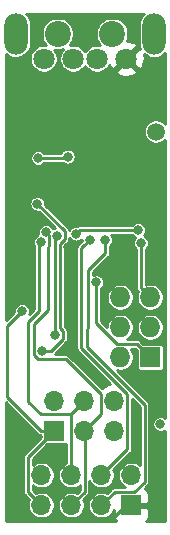
<source format=gbr>
%TF.GenerationSoftware,KiCad,Pcbnew,(5.1.9)-1*%
%TF.CreationDate,2021-02-13T16:54:45-05:00*%
%TF.ProjectId,mega_nrf24_usb,6d656761-5f6e-4726-9632-345f7573622e,rev?*%
%TF.SameCoordinates,Original*%
%TF.FileFunction,Copper,L2,Bot*%
%TF.FilePolarity,Positive*%
%FSLAX46Y46*%
G04 Gerber Fmt 4.6, Leading zero omitted, Abs format (unit mm)*
G04 Created by KiCad (PCBNEW (5.1.9)-1) date 2021-02-13 16:54:45*
%MOMM*%
%LPD*%
G01*
G04 APERTURE LIST*
%TA.AperFunction,ComponentPad*%
%ADD10C,1.800000*%
%TD*%
%TA.AperFunction,ComponentPad*%
%ADD11C,2.200000*%
%TD*%
%TA.AperFunction,ComponentPad*%
%ADD12O,2.000000X3.500000*%
%TD*%
%TA.AperFunction,ComponentPad*%
%ADD13C,1.500000*%
%TD*%
%TA.AperFunction,ComponentPad*%
%ADD14O,1.727200X1.727200*%
%TD*%
%TA.AperFunction,ComponentPad*%
%ADD15R,1.727200X1.727200*%
%TD*%
%TA.AperFunction,ComponentPad*%
%ADD16O,1.700000X1.700000*%
%TD*%
%TA.AperFunction,ComponentPad*%
%ADD17R,1.700000X1.700000*%
%TD*%
%TA.AperFunction,ViaPad*%
%ADD18C,0.800000*%
%TD*%
%TA.AperFunction,Conductor*%
%ADD19C,0.250000*%
%TD*%
%TA.AperFunction,Conductor*%
%ADD20C,0.254000*%
%TD*%
%TA.AperFunction,Conductor*%
%ADD21C,0.100000*%
%TD*%
G04 APERTURE END LIST*
D10*
%TO.P,J2,1*%
%TO.N,+5V*%
X144878800Y-98670800D03*
%TO.P,J2,2*%
%TO.N,/D-*%
X147378800Y-98670800D03*
%TO.P,J2,3*%
%TO.N,/D+*%
X149378800Y-98670800D03*
%TO.P,J2,4*%
%TO.N,Earth*%
X151878800Y-98670800D03*
D11*
%TO.P,J2,SH*%
%TO.N,N/C*%
X146078800Y-96570800D03*
X150678800Y-96570800D03*
D12*
X142528800Y-96570800D03*
X154228800Y-96570800D03*
%TD*%
D13*
%TO.P,TP1,1*%
%TO.N,Net-(TP1-Pad1)*%
X154381200Y-104851200D03*
%TD*%
D14*
%TO.P,J3,6*%
%TO.N,Net-(J3-Pad6)*%
X151358600Y-118872000D03*
%TO.P,J3,5*%
%TO.N,Net-(J3-Pad5)*%
X153898600Y-118872000D03*
%TO.P,J3,4*%
%TO.N,Net-(J3-Pad4)*%
X151358600Y-121412000D03*
%TO.P,J3,3*%
%TO.N,Net-(J3-Pad3)*%
X153898600Y-121412000D03*
%TO.P,J3,2*%
%TO.N,Net-(J3-Pad2)*%
X151358600Y-123952000D03*
D15*
%TO.P,J3,1*%
%TO.N,Net-(J3-Pad1)*%
X153898600Y-123952000D03*
%TD*%
D16*
%TO.P,ICSP1,6*%
%TO.N,Earth*%
X150825200Y-127635000D03*
%TO.P,ICSP1,5*%
%TO.N,/RST*%
X150825200Y-130175000D03*
%TO.P,ICSP1,4*%
%TO.N,/MOSI*%
X148285200Y-127635000D03*
%TO.P,ICSP1,3*%
%TO.N,/SCK*%
X148285200Y-130175000D03*
%TO.P,ICSP1,2*%
%TO.N,+5V*%
X145745200Y-127635000D03*
D17*
%TO.P,ICSP1,1*%
%TO.N,/MISO*%
X145745200Y-130175000D03*
%TD*%
D16*
%TO.P,J1,8*%
%TO.N,Net-(J1-Pad8)*%
X144678400Y-133934200D03*
%TO.P,J1,7*%
%TO.N,/MISO*%
X144678400Y-136474200D03*
%TO.P,J1,6*%
%TO.N,/MOSI*%
X147218400Y-133934200D03*
%TO.P,J1,5*%
%TO.N,/SCK*%
X147218400Y-136474200D03*
%TO.P,J1,4*%
%TO.N,/CSN_D10*%
X149758400Y-133934200D03*
%TO.P,J1,3*%
%TO.N,/CE_D9*%
X149758400Y-136474200D03*
%TO.P,J1,2*%
%TO.N,+3V3*%
X152298400Y-133934200D03*
D17*
%TO.P,J1,1*%
%TO.N,Earth*%
X152298400Y-136474200D03*
%TD*%
D18*
%TO.N,+5V*%
X144424400Y-107086400D03*
X144348200Y-110947200D03*
X147624800Y-113487200D03*
X152882600Y-113157000D03*
X144754600Y-123418600D03*
X146913600Y-106959400D03*
X144754600Y-123418600D03*
%TO.N,+3V3*%
X154762200Y-129616200D03*
%TO.N,/CSN_D10*%
X148767800Y-113995200D03*
%TO.N,/CE_D9*%
X150088600Y-113995200D03*
%TO.N,/RST*%
X145969712Y-113656421D03*
X145846800Y-122072400D03*
%TO.N,/MISO*%
X143037844Y-120033910D03*
%TO.N,/MOSI*%
X144635990Y-114198400D03*
%TO.N,/SCK*%
X145070391Y-113342879D03*
%TO.N,Earth*%
X144780000Y-109270800D03*
X154381200Y-115443000D03*
X146947390Y-114639302D03*
X145345033Y-101638790D03*
X150012400Y-106222800D03*
X147243800Y-121767600D03*
X151384000Y-114281999D03*
%TO.N,Net-(J3-Pad5)*%
X153111200Y-114274600D03*
%TO.N,Net-(J3-Pad1)*%
X149343610Y-117602000D03*
%TD*%
D19*
%TO.N,+5V*%
X145745200Y-126898400D02*
X145745200Y-127635000D01*
X147955000Y-113157000D02*
X147624800Y-113487200D01*
X152882600Y-113157000D02*
X147955000Y-113157000D01*
X146786600Y-107086400D02*
X146913600Y-106959400D01*
X144424400Y-107086400D02*
X146786600Y-107086400D01*
X145503154Y-123418600D02*
X144754600Y-123418600D01*
X146524201Y-122397553D02*
X145503154Y-123418600D01*
X146524201Y-121747247D02*
X146524201Y-122397553D01*
X146249210Y-121472256D02*
X146524201Y-121747247D01*
X146249210Y-114379477D02*
X146249210Y-121472256D01*
X146647113Y-113981574D02*
X146249210Y-114379477D01*
X146647113Y-113246113D02*
X146647113Y-113981574D01*
X144348200Y-110947200D02*
X146647113Y-113246113D01*
%TO.N,/CSN_D10*%
X148060589Y-123201835D02*
X151952601Y-127093847D01*
X151952601Y-127093847D02*
X151952601Y-131739999D01*
X151952601Y-131739999D02*
X149758400Y-133934200D01*
X148060589Y-114702411D02*
X148310600Y-114452400D01*
X148060589Y-123201835D02*
X148060589Y-114702411D01*
X148310600Y-114452400D02*
X148187589Y-114575411D01*
X148767800Y-113995200D02*
X148310600Y-114452400D01*
%TO.N,/CE_D9*%
X150088600Y-113995200D02*
X150088600Y-115163600D01*
X150088600Y-115163600D02*
X148666200Y-116586000D01*
X150885801Y-135346799D02*
X149758400Y-136474200D01*
X152554355Y-135346799D02*
X150885801Y-135346799D01*
X153425801Y-127997952D02*
X153425801Y-134475353D01*
X153425801Y-134475353D02*
X152554355Y-135346799D01*
X148539200Y-123111351D02*
X153425801Y-127997952D01*
X148666200Y-121462800D02*
X148666200Y-116586000D01*
X148539200Y-121589800D02*
X148666200Y-121462800D01*
X148539200Y-123111351D02*
X148539200Y-121589800D01*
%TO.N,/RST*%
X145842712Y-122068312D02*
X145846800Y-122072400D01*
X145846800Y-113779333D02*
X145969712Y-113656421D01*
X145846800Y-122072400D02*
X145846800Y-113779333D01*
%TO.N,/MISO*%
X143550999Y-135346799D02*
X144678400Y-136474200D01*
X143550999Y-132369201D02*
X143550999Y-135346799D01*
X145745200Y-130175000D02*
X143550999Y-132369201D01*
X145745200Y-130175000D02*
X144645200Y-130175000D01*
X141753810Y-121317944D02*
X141753810Y-127283610D01*
X143037844Y-120033910D02*
X143037844Y-120033910D01*
X142858400Y-128388200D02*
X142510845Y-128040645D01*
X141753810Y-127283610D02*
X142858400Y-128388200D01*
X144645200Y-130175000D02*
X142858400Y-128388200D01*
X143037844Y-120033910D02*
X141753810Y-121317944D01*
%TO.N,/MOSI*%
X147157799Y-133873599D02*
X147218400Y-133934200D01*
X147157799Y-128762401D02*
X147157799Y-133873599D01*
X148285200Y-127635000D02*
X147157799Y-128762401D01*
X143586200Y-120932752D02*
X144508990Y-120009962D01*
X147157799Y-128762401D02*
X144637401Y-128762401D01*
X144637401Y-128762401D02*
X143586200Y-127711200D01*
X143586200Y-127711200D02*
X143586200Y-120932752D01*
X144508990Y-114325400D02*
X144635990Y-114198400D01*
X144508990Y-120009962D02*
X144508990Y-114325400D01*
%TO.N,/SCK*%
X148345801Y-135346799D02*
X147218400Y-136474200D01*
X148345801Y-130235601D02*
X148345801Y-135346799D01*
X148285200Y-130175000D02*
X148345801Y-130235601D01*
X149697799Y-127040999D02*
X146752802Y-124096002D01*
X149697799Y-128762401D02*
X149697799Y-127040999D01*
X144077198Y-123743754D02*
X144077198Y-121132804D01*
X144077198Y-121132804D02*
X145230533Y-119979469D01*
X145292310Y-113564798D02*
X145070391Y-113342879D01*
X146752802Y-124096002D02*
X144429446Y-124096002D01*
X144429446Y-124096002D02*
X144077198Y-123743754D01*
X148285200Y-130175000D02*
X149697799Y-128762401D01*
X145292310Y-113981575D02*
X145292310Y-113564798D01*
X145313391Y-114523553D02*
X145313391Y-113981575D01*
X145230533Y-114606411D02*
X145313391Y-114523553D01*
X145230533Y-119979469D02*
X145230533Y-114606411D01*
%TO.N,Earth*%
X152298400Y-136474200D02*
X151841200Y-136474200D01*
X151841200Y-136474200D02*
X150723600Y-137591800D01*
X150723600Y-137591800D02*
X150571200Y-137591800D01*
%TO.N,Net-(J3-Pad5)*%
X153111200Y-118084600D02*
X153898600Y-118872000D01*
X153111200Y-114274600D02*
X153111200Y-118084600D01*
%TO.N,Net-(J3-Pad1)*%
X149343610Y-121085692D02*
X149343610Y-117602000D01*
X153898600Y-123952000D02*
X152757599Y-122810999D01*
X152757599Y-122810999D02*
X151068917Y-122810999D01*
X151068917Y-122810999D02*
X149343610Y-121085692D01*
%TD*%
D20*
%TO.N,Earth*%
X153021401Y-128165460D02*
X153021402Y-133059988D01*
X153018351Y-133056937D01*
X152833372Y-132933338D01*
X152627834Y-132848202D01*
X152409636Y-132804800D01*
X152187164Y-132804800D01*
X151968966Y-132848202D01*
X151763428Y-132933338D01*
X151578449Y-133056937D01*
X151421137Y-133214249D01*
X151297538Y-133399228D01*
X151212402Y-133604766D01*
X151169000Y-133822964D01*
X151169000Y-134045436D01*
X151212402Y-134263634D01*
X151297538Y-134469172D01*
X151421137Y-134654151D01*
X151578449Y-134811463D01*
X151763428Y-134935062D01*
X151781141Y-134942399D01*
X150905661Y-134942399D01*
X150885801Y-134940443D01*
X150806524Y-134948251D01*
X150730295Y-134971375D01*
X150660042Y-135008926D01*
X150598464Y-135059462D01*
X150585805Y-135074887D01*
X150218406Y-135442286D01*
X150087834Y-135388202D01*
X149869636Y-135344800D01*
X149647164Y-135344800D01*
X149428966Y-135388202D01*
X149223428Y-135473338D01*
X149038449Y-135596937D01*
X148881137Y-135754249D01*
X148757538Y-135939228D01*
X148672402Y-136144766D01*
X148629000Y-136362964D01*
X148629000Y-136585436D01*
X148672402Y-136803634D01*
X148757538Y-137009172D01*
X148881137Y-137194151D01*
X149038449Y-137351463D01*
X149223428Y-137475062D01*
X149428966Y-137560198D01*
X149647164Y-137603600D01*
X149869636Y-137603600D01*
X150087834Y-137560198D01*
X150293372Y-137475062D01*
X150478351Y-137351463D01*
X150635663Y-137194151D01*
X150759262Y-137009172D01*
X150812746Y-136880049D01*
X150810328Y-137324200D01*
X150822588Y-137448682D01*
X150858898Y-137568380D01*
X150917863Y-137678694D01*
X150997215Y-137775385D01*
X151021116Y-137795000D01*
X141681200Y-137795000D01*
X141681200Y-127782907D01*
X142410555Y-128512263D01*
X144345202Y-130446910D01*
X144357863Y-130462337D01*
X144419441Y-130512873D01*
X144489694Y-130550424D01*
X144565923Y-130573548D01*
X144614449Y-130578327D01*
X144614449Y-130733843D01*
X143279093Y-132069200D01*
X143263662Y-132081864D01*
X143213126Y-132143443D01*
X143175575Y-132213696D01*
X143152451Y-132289926D01*
X143146599Y-132349342D01*
X143146599Y-132349349D01*
X143144644Y-132369201D01*
X143146599Y-132389053D01*
X143146600Y-135326937D01*
X143144644Y-135346799D01*
X143152451Y-135426075D01*
X143175575Y-135502304D01*
X143175576Y-135502305D01*
X143213127Y-135572558D01*
X143263663Y-135634136D01*
X143279088Y-135646795D01*
X143646486Y-136014194D01*
X143592402Y-136144766D01*
X143549000Y-136362964D01*
X143549000Y-136585436D01*
X143592402Y-136803634D01*
X143677538Y-137009172D01*
X143801137Y-137194151D01*
X143958449Y-137351463D01*
X144143428Y-137475062D01*
X144348966Y-137560198D01*
X144567164Y-137603600D01*
X144789636Y-137603600D01*
X145007834Y-137560198D01*
X145213372Y-137475062D01*
X145398351Y-137351463D01*
X145555663Y-137194151D01*
X145679262Y-137009172D01*
X145764398Y-136803634D01*
X145807800Y-136585436D01*
X145807800Y-136362964D01*
X145764398Y-136144766D01*
X145679262Y-135939228D01*
X145555663Y-135754249D01*
X145398351Y-135596937D01*
X145213372Y-135473338D01*
X145007834Y-135388202D01*
X144789636Y-135344800D01*
X144567164Y-135344800D01*
X144348966Y-135388202D01*
X144218394Y-135442286D01*
X143955399Y-135179292D01*
X143955399Y-134808413D01*
X143958449Y-134811463D01*
X144143428Y-134935062D01*
X144348966Y-135020198D01*
X144567164Y-135063600D01*
X144789636Y-135063600D01*
X145007834Y-135020198D01*
X145213372Y-134935062D01*
X145398351Y-134811463D01*
X145555663Y-134654151D01*
X145679262Y-134469172D01*
X145764398Y-134263634D01*
X145807800Y-134045436D01*
X145807800Y-133822964D01*
X145764398Y-133604766D01*
X145679262Y-133399228D01*
X145555663Y-133214249D01*
X145398351Y-133056937D01*
X145213372Y-132933338D01*
X145007834Y-132848202D01*
X144789636Y-132804800D01*
X144567164Y-132804800D01*
X144348966Y-132848202D01*
X144143428Y-132933338D01*
X143958449Y-133056937D01*
X143955399Y-133059987D01*
X143955399Y-132536708D01*
X145186357Y-131305751D01*
X146595200Y-131305751D01*
X146649972Y-131300356D01*
X146702639Y-131284380D01*
X146751177Y-131258436D01*
X146753399Y-131256612D01*
X146753400Y-132904355D01*
X146683428Y-132933338D01*
X146498449Y-133056937D01*
X146341137Y-133214249D01*
X146217538Y-133399228D01*
X146132402Y-133604766D01*
X146089000Y-133822964D01*
X146089000Y-134045436D01*
X146132402Y-134263634D01*
X146217538Y-134469172D01*
X146341137Y-134654151D01*
X146498449Y-134811463D01*
X146683428Y-134935062D01*
X146888966Y-135020198D01*
X147107164Y-135063600D01*
X147329636Y-135063600D01*
X147547834Y-135020198D01*
X147753372Y-134935062D01*
X147938351Y-134811463D01*
X147941402Y-134808412D01*
X147941402Y-135179290D01*
X147678406Y-135442286D01*
X147547834Y-135388202D01*
X147329636Y-135344800D01*
X147107164Y-135344800D01*
X146888966Y-135388202D01*
X146683428Y-135473338D01*
X146498449Y-135596937D01*
X146341137Y-135754249D01*
X146217538Y-135939228D01*
X146132402Y-136144766D01*
X146089000Y-136362964D01*
X146089000Y-136585436D01*
X146132402Y-136803634D01*
X146217538Y-137009172D01*
X146341137Y-137194151D01*
X146498449Y-137351463D01*
X146683428Y-137475062D01*
X146888966Y-137560198D01*
X147107164Y-137603600D01*
X147329636Y-137603600D01*
X147547834Y-137560198D01*
X147753372Y-137475062D01*
X147938351Y-137351463D01*
X148095663Y-137194151D01*
X148219262Y-137009172D01*
X148304398Y-136803634D01*
X148347800Y-136585436D01*
X148347800Y-136362964D01*
X148304398Y-136144766D01*
X148250314Y-136014194D01*
X148617713Y-135646795D01*
X148633138Y-135634136D01*
X148683674Y-135572558D01*
X148721225Y-135502305D01*
X148744349Y-135426075D01*
X148750201Y-135366659D01*
X148752157Y-135346799D01*
X148750201Y-135326939D01*
X148750201Y-134451459D01*
X148757538Y-134469172D01*
X148881137Y-134654151D01*
X149038449Y-134811463D01*
X149223428Y-134935062D01*
X149428966Y-135020198D01*
X149647164Y-135063600D01*
X149869636Y-135063600D01*
X150087834Y-135020198D01*
X150293372Y-134935062D01*
X150478351Y-134811463D01*
X150635663Y-134654151D01*
X150759262Y-134469172D01*
X150844398Y-134263634D01*
X150887800Y-134045436D01*
X150887800Y-133822964D01*
X150844398Y-133604766D01*
X150790314Y-133474194D01*
X152224513Y-132039995D01*
X152239938Y-132027336D01*
X152290474Y-131965758D01*
X152328025Y-131895505D01*
X152351149Y-131819275D01*
X152357001Y-131759859D01*
X152358957Y-131739999D01*
X152357001Y-131720139D01*
X152357001Y-127501060D01*
X153021401Y-128165460D01*
%TA.AperFunction,Conductor*%
D21*
G36*
X153021401Y-128165460D02*
G01*
X153021402Y-133059988D01*
X153018351Y-133056937D01*
X152833372Y-132933338D01*
X152627834Y-132848202D01*
X152409636Y-132804800D01*
X152187164Y-132804800D01*
X151968966Y-132848202D01*
X151763428Y-132933338D01*
X151578449Y-133056937D01*
X151421137Y-133214249D01*
X151297538Y-133399228D01*
X151212402Y-133604766D01*
X151169000Y-133822964D01*
X151169000Y-134045436D01*
X151212402Y-134263634D01*
X151297538Y-134469172D01*
X151421137Y-134654151D01*
X151578449Y-134811463D01*
X151763428Y-134935062D01*
X151781141Y-134942399D01*
X150905661Y-134942399D01*
X150885801Y-134940443D01*
X150806524Y-134948251D01*
X150730295Y-134971375D01*
X150660042Y-135008926D01*
X150598464Y-135059462D01*
X150585805Y-135074887D01*
X150218406Y-135442286D01*
X150087834Y-135388202D01*
X149869636Y-135344800D01*
X149647164Y-135344800D01*
X149428966Y-135388202D01*
X149223428Y-135473338D01*
X149038449Y-135596937D01*
X148881137Y-135754249D01*
X148757538Y-135939228D01*
X148672402Y-136144766D01*
X148629000Y-136362964D01*
X148629000Y-136585436D01*
X148672402Y-136803634D01*
X148757538Y-137009172D01*
X148881137Y-137194151D01*
X149038449Y-137351463D01*
X149223428Y-137475062D01*
X149428966Y-137560198D01*
X149647164Y-137603600D01*
X149869636Y-137603600D01*
X150087834Y-137560198D01*
X150293372Y-137475062D01*
X150478351Y-137351463D01*
X150635663Y-137194151D01*
X150759262Y-137009172D01*
X150812746Y-136880049D01*
X150810328Y-137324200D01*
X150822588Y-137448682D01*
X150858898Y-137568380D01*
X150917863Y-137678694D01*
X150997215Y-137775385D01*
X151021116Y-137795000D01*
X141681200Y-137795000D01*
X141681200Y-127782907D01*
X142410555Y-128512263D01*
X144345202Y-130446910D01*
X144357863Y-130462337D01*
X144419441Y-130512873D01*
X144489694Y-130550424D01*
X144565923Y-130573548D01*
X144614449Y-130578327D01*
X144614449Y-130733843D01*
X143279093Y-132069200D01*
X143263662Y-132081864D01*
X143213126Y-132143443D01*
X143175575Y-132213696D01*
X143152451Y-132289926D01*
X143146599Y-132349342D01*
X143146599Y-132349349D01*
X143144644Y-132369201D01*
X143146599Y-132389053D01*
X143146600Y-135326937D01*
X143144644Y-135346799D01*
X143152451Y-135426075D01*
X143175575Y-135502304D01*
X143175576Y-135502305D01*
X143213127Y-135572558D01*
X143263663Y-135634136D01*
X143279088Y-135646795D01*
X143646486Y-136014194D01*
X143592402Y-136144766D01*
X143549000Y-136362964D01*
X143549000Y-136585436D01*
X143592402Y-136803634D01*
X143677538Y-137009172D01*
X143801137Y-137194151D01*
X143958449Y-137351463D01*
X144143428Y-137475062D01*
X144348966Y-137560198D01*
X144567164Y-137603600D01*
X144789636Y-137603600D01*
X145007834Y-137560198D01*
X145213372Y-137475062D01*
X145398351Y-137351463D01*
X145555663Y-137194151D01*
X145679262Y-137009172D01*
X145764398Y-136803634D01*
X145807800Y-136585436D01*
X145807800Y-136362964D01*
X145764398Y-136144766D01*
X145679262Y-135939228D01*
X145555663Y-135754249D01*
X145398351Y-135596937D01*
X145213372Y-135473338D01*
X145007834Y-135388202D01*
X144789636Y-135344800D01*
X144567164Y-135344800D01*
X144348966Y-135388202D01*
X144218394Y-135442286D01*
X143955399Y-135179292D01*
X143955399Y-134808413D01*
X143958449Y-134811463D01*
X144143428Y-134935062D01*
X144348966Y-135020198D01*
X144567164Y-135063600D01*
X144789636Y-135063600D01*
X145007834Y-135020198D01*
X145213372Y-134935062D01*
X145398351Y-134811463D01*
X145555663Y-134654151D01*
X145679262Y-134469172D01*
X145764398Y-134263634D01*
X145807800Y-134045436D01*
X145807800Y-133822964D01*
X145764398Y-133604766D01*
X145679262Y-133399228D01*
X145555663Y-133214249D01*
X145398351Y-133056937D01*
X145213372Y-132933338D01*
X145007834Y-132848202D01*
X144789636Y-132804800D01*
X144567164Y-132804800D01*
X144348966Y-132848202D01*
X144143428Y-132933338D01*
X143958449Y-133056937D01*
X143955399Y-133059987D01*
X143955399Y-132536708D01*
X145186357Y-131305751D01*
X146595200Y-131305751D01*
X146649972Y-131300356D01*
X146702639Y-131284380D01*
X146751177Y-131258436D01*
X146753399Y-131256612D01*
X146753400Y-132904355D01*
X146683428Y-132933338D01*
X146498449Y-133056937D01*
X146341137Y-133214249D01*
X146217538Y-133399228D01*
X146132402Y-133604766D01*
X146089000Y-133822964D01*
X146089000Y-134045436D01*
X146132402Y-134263634D01*
X146217538Y-134469172D01*
X146341137Y-134654151D01*
X146498449Y-134811463D01*
X146683428Y-134935062D01*
X146888966Y-135020198D01*
X147107164Y-135063600D01*
X147329636Y-135063600D01*
X147547834Y-135020198D01*
X147753372Y-134935062D01*
X147938351Y-134811463D01*
X147941402Y-134808412D01*
X147941402Y-135179290D01*
X147678406Y-135442286D01*
X147547834Y-135388202D01*
X147329636Y-135344800D01*
X147107164Y-135344800D01*
X146888966Y-135388202D01*
X146683428Y-135473338D01*
X146498449Y-135596937D01*
X146341137Y-135754249D01*
X146217538Y-135939228D01*
X146132402Y-136144766D01*
X146089000Y-136362964D01*
X146089000Y-136585436D01*
X146132402Y-136803634D01*
X146217538Y-137009172D01*
X146341137Y-137194151D01*
X146498449Y-137351463D01*
X146683428Y-137475062D01*
X146888966Y-137560198D01*
X147107164Y-137603600D01*
X147329636Y-137603600D01*
X147547834Y-137560198D01*
X147753372Y-137475062D01*
X147938351Y-137351463D01*
X148095663Y-137194151D01*
X148219262Y-137009172D01*
X148304398Y-136803634D01*
X148347800Y-136585436D01*
X148347800Y-136362964D01*
X148304398Y-136144766D01*
X148250314Y-136014194D01*
X148617713Y-135646795D01*
X148633138Y-135634136D01*
X148683674Y-135572558D01*
X148721225Y-135502305D01*
X148744349Y-135426075D01*
X148750201Y-135366659D01*
X148752157Y-135346799D01*
X148750201Y-135326939D01*
X148750201Y-134451459D01*
X148757538Y-134469172D01*
X148881137Y-134654151D01*
X149038449Y-134811463D01*
X149223428Y-134935062D01*
X149428966Y-135020198D01*
X149647164Y-135063600D01*
X149869636Y-135063600D01*
X150087834Y-135020198D01*
X150293372Y-134935062D01*
X150478351Y-134811463D01*
X150635663Y-134654151D01*
X150759262Y-134469172D01*
X150844398Y-134263634D01*
X150887800Y-134045436D01*
X150887800Y-133822964D01*
X150844398Y-133604766D01*
X150790314Y-133474194D01*
X152224513Y-132039995D01*
X152239938Y-132027336D01*
X152290474Y-131965758D01*
X152328025Y-131895505D01*
X152351149Y-131819275D01*
X152357001Y-131759859D01*
X152358957Y-131739999D01*
X152357001Y-131720139D01*
X152357001Y-127501060D01*
X153021401Y-128165460D01*
G37*
%TD.AperFunction*%
D20*
X153319752Y-94911751D02*
X153159872Y-95106564D01*
X153041071Y-95328826D01*
X152967912Y-95569994D01*
X152949400Y-95757951D01*
X152949400Y-97383648D01*
X152967912Y-97571605D01*
X153041070Y-97812773D01*
X153044883Y-97819907D01*
X152942880Y-97786325D01*
X152058405Y-98670800D01*
X152942880Y-99555275D01*
X153197061Y-99471592D01*
X153327958Y-99199025D01*
X153403165Y-98906158D01*
X153419791Y-98604247D01*
X153377197Y-98304893D01*
X153363435Y-98265700D01*
X153514564Y-98389729D01*
X153736826Y-98508530D01*
X153977994Y-98581688D01*
X154228800Y-98606390D01*
X154479605Y-98581688D01*
X154720773Y-98508530D01*
X154943035Y-98389729D01*
X155137849Y-98229849D01*
X155147100Y-98218577D01*
X155147100Y-104161309D01*
X155037404Y-104051613D01*
X154868804Y-103938957D01*
X154681465Y-103861359D01*
X154482587Y-103821800D01*
X154279813Y-103821800D01*
X154080935Y-103861359D01*
X153893596Y-103938957D01*
X153724996Y-104051613D01*
X153581613Y-104194996D01*
X153468957Y-104363596D01*
X153391359Y-104550935D01*
X153351800Y-104749813D01*
X153351800Y-104952587D01*
X153391359Y-105151465D01*
X153468957Y-105338804D01*
X153581613Y-105507404D01*
X153724996Y-105650787D01*
X153893596Y-105763443D01*
X154080935Y-105841041D01*
X154279813Y-105880600D01*
X154482587Y-105880600D01*
X154681465Y-105841041D01*
X154868804Y-105763443D01*
X155037404Y-105650787D01*
X155147100Y-105541091D01*
X155147099Y-129056275D01*
X155084016Y-129014124D01*
X154960374Y-128962909D01*
X154829115Y-128936800D01*
X154695285Y-128936800D01*
X154564026Y-128962909D01*
X154440384Y-129014124D01*
X154329108Y-129088476D01*
X154234476Y-129183108D01*
X154160124Y-129294384D01*
X154108909Y-129418026D01*
X154082800Y-129549285D01*
X154082800Y-129683115D01*
X154108909Y-129814374D01*
X154160124Y-129938016D01*
X154234476Y-130049292D01*
X154329108Y-130143924D01*
X154440384Y-130218276D01*
X154564026Y-130269491D01*
X154695285Y-130295600D01*
X154829115Y-130295600D01*
X154960374Y-130269491D01*
X155084016Y-130218276D01*
X155147099Y-130176125D01*
X155147099Y-137795000D01*
X153575684Y-137795000D01*
X153599585Y-137775385D01*
X153678937Y-137678694D01*
X153737902Y-137568380D01*
X153774212Y-137448682D01*
X153786472Y-137324200D01*
X153783400Y-136759950D01*
X153624650Y-136601200D01*
X152425400Y-136601200D01*
X152425400Y-136621200D01*
X152171400Y-136621200D01*
X152171400Y-136601200D01*
X152151400Y-136601200D01*
X152151400Y-136347200D01*
X152171400Y-136347200D01*
X152171400Y-136327200D01*
X152425400Y-136327200D01*
X152425400Y-136347200D01*
X153624650Y-136347200D01*
X153783400Y-136188450D01*
X153786472Y-135624200D01*
X153774212Y-135499718D01*
X153737902Y-135380020D01*
X153678937Y-135269706D01*
X153599585Y-135173015D01*
X153502894Y-135093663D01*
X153422416Y-135050646D01*
X153697713Y-134775349D01*
X153713138Y-134762690D01*
X153763674Y-134701112D01*
X153801225Y-134630859D01*
X153824349Y-134554629D01*
X153830201Y-134495213D01*
X153832157Y-134475353D01*
X153830201Y-134455493D01*
X153830201Y-128017801D01*
X153832156Y-127997951D01*
X153830201Y-127978102D01*
X153830201Y-127978092D01*
X153824349Y-127918676D01*
X153801225Y-127842446D01*
X153763674Y-127772193D01*
X153713138Y-127710615D01*
X153697714Y-127697957D01*
X151057196Y-125057440D01*
X151246024Y-125095000D01*
X151471176Y-125095000D01*
X151692001Y-125051075D01*
X151900013Y-124964913D01*
X152087220Y-124839826D01*
X152246426Y-124680620D01*
X152371513Y-124493413D01*
X152457675Y-124285401D01*
X152501600Y-124064576D01*
X152501600Y-123839424D01*
X152457675Y-123618599D01*
X152371513Y-123410587D01*
X152246426Y-123223380D01*
X152238445Y-123215399D01*
X152590092Y-123215399D01*
X152754249Y-123379556D01*
X152754249Y-124815600D01*
X152759644Y-124870372D01*
X152775620Y-124923039D01*
X152801564Y-124971577D01*
X152836479Y-125014121D01*
X152879023Y-125049036D01*
X152927561Y-125074980D01*
X152980228Y-125090956D01*
X153035000Y-125096351D01*
X154762200Y-125096351D01*
X154816972Y-125090956D01*
X154869639Y-125074980D01*
X154918177Y-125049036D01*
X154960721Y-125014121D01*
X154995636Y-124971577D01*
X155021580Y-124923039D01*
X155037556Y-124870372D01*
X155042951Y-124815600D01*
X155042951Y-123088400D01*
X155037556Y-123033628D01*
X155021580Y-122980961D01*
X154995636Y-122932423D01*
X154960721Y-122889879D01*
X154918177Y-122854964D01*
X154869639Y-122829020D01*
X154816972Y-122813044D01*
X154762200Y-122807649D01*
X153326156Y-122807649D01*
X153057600Y-122539093D01*
X153044936Y-122523662D01*
X152983358Y-122473126D01*
X152913105Y-122435575D01*
X152836875Y-122412451D01*
X152777459Y-122406599D01*
X152777451Y-122406599D01*
X152757599Y-122404644D01*
X152737747Y-122406599D01*
X151927422Y-122406599D01*
X152087220Y-122299826D01*
X152246426Y-122140620D01*
X152371513Y-121953413D01*
X152457675Y-121745401D01*
X152501600Y-121524576D01*
X152501600Y-121299424D01*
X152755600Y-121299424D01*
X152755600Y-121524576D01*
X152799525Y-121745401D01*
X152885687Y-121953413D01*
X153010774Y-122140620D01*
X153169980Y-122299826D01*
X153357187Y-122424913D01*
X153565199Y-122511075D01*
X153786024Y-122555000D01*
X154011176Y-122555000D01*
X154232001Y-122511075D01*
X154440013Y-122424913D01*
X154627220Y-122299826D01*
X154786426Y-122140620D01*
X154911513Y-121953413D01*
X154997675Y-121745401D01*
X155041600Y-121524576D01*
X155041600Y-121299424D01*
X154997675Y-121078599D01*
X154911513Y-120870587D01*
X154786426Y-120683380D01*
X154627220Y-120524174D01*
X154440013Y-120399087D01*
X154232001Y-120312925D01*
X154011176Y-120269000D01*
X153786024Y-120269000D01*
X153565199Y-120312925D01*
X153357187Y-120399087D01*
X153169980Y-120524174D01*
X153010774Y-120683380D01*
X152885687Y-120870587D01*
X152799525Y-121078599D01*
X152755600Y-121299424D01*
X152501600Y-121299424D01*
X152457675Y-121078599D01*
X152371513Y-120870587D01*
X152246426Y-120683380D01*
X152087220Y-120524174D01*
X151900013Y-120399087D01*
X151692001Y-120312925D01*
X151471176Y-120269000D01*
X151246024Y-120269000D01*
X151025199Y-120312925D01*
X150817187Y-120399087D01*
X150629980Y-120524174D01*
X150470774Y-120683380D01*
X150345687Y-120870587D01*
X150259525Y-121078599D01*
X150215600Y-121299424D01*
X150215600Y-121385775D01*
X149748010Y-120918185D01*
X149748010Y-118759424D01*
X150215600Y-118759424D01*
X150215600Y-118984576D01*
X150259525Y-119205401D01*
X150345687Y-119413413D01*
X150470774Y-119600620D01*
X150629980Y-119759826D01*
X150817187Y-119884913D01*
X151025199Y-119971075D01*
X151246024Y-120015000D01*
X151471176Y-120015000D01*
X151692001Y-119971075D01*
X151900013Y-119884913D01*
X152087220Y-119759826D01*
X152246426Y-119600620D01*
X152371513Y-119413413D01*
X152457675Y-119205401D01*
X152501600Y-118984576D01*
X152501600Y-118759424D01*
X152457675Y-118538599D01*
X152371513Y-118330587D01*
X152246426Y-118143380D01*
X152087220Y-117984174D01*
X151900013Y-117859087D01*
X151692001Y-117772925D01*
X151471176Y-117729000D01*
X151246024Y-117729000D01*
X151025199Y-117772925D01*
X150817187Y-117859087D01*
X150629980Y-117984174D01*
X150470774Y-118143380D01*
X150345687Y-118330587D01*
X150259525Y-118538599D01*
X150215600Y-118759424D01*
X149748010Y-118759424D01*
X149748010Y-118148895D01*
X149776702Y-118129724D01*
X149871334Y-118035092D01*
X149945686Y-117923816D01*
X149996901Y-117800174D01*
X150023010Y-117668915D01*
X150023010Y-117535085D01*
X149996901Y-117403826D01*
X149945686Y-117280184D01*
X149871334Y-117168908D01*
X149776702Y-117074276D01*
X149665426Y-116999924D01*
X149541784Y-116948709D01*
X149410525Y-116922600D01*
X149276695Y-116922600D01*
X149145436Y-116948709D01*
X149070600Y-116979708D01*
X149070600Y-116753507D01*
X150360512Y-115463596D01*
X150375937Y-115450937D01*
X150426473Y-115389359D01*
X150464024Y-115319106D01*
X150487148Y-115242876D01*
X150493000Y-115183460D01*
X150493000Y-115183450D01*
X150494955Y-115163601D01*
X150493000Y-115143751D01*
X150493000Y-114542095D01*
X150521692Y-114522924D01*
X150616324Y-114428292D01*
X150690676Y-114317016D01*
X150741891Y-114193374D01*
X150768000Y-114062115D01*
X150768000Y-113928285D01*
X150741891Y-113797026D01*
X150690676Y-113673384D01*
X150616324Y-113562108D01*
X150615616Y-113561400D01*
X152335705Y-113561400D01*
X152354876Y-113590092D01*
X152449508Y-113684724D01*
X152560784Y-113759076D01*
X152635118Y-113789866D01*
X152583476Y-113841508D01*
X152509124Y-113952784D01*
X152457909Y-114076426D01*
X152431800Y-114207685D01*
X152431800Y-114341515D01*
X152457909Y-114472774D01*
X152509124Y-114596416D01*
X152583476Y-114707692D01*
X152678108Y-114802324D01*
X152706800Y-114821495D01*
X152706801Y-118064738D01*
X152704845Y-118084600D01*
X152712652Y-118163876D01*
X152735776Y-118240105D01*
X152757849Y-118281400D01*
X152773328Y-118310359D01*
X152823864Y-118371937D01*
X152839289Y-118384596D01*
X152856278Y-118401585D01*
X152799525Y-118538599D01*
X152755600Y-118759424D01*
X152755600Y-118984576D01*
X152799525Y-119205401D01*
X152885687Y-119413413D01*
X153010774Y-119600620D01*
X153169980Y-119759826D01*
X153357187Y-119884913D01*
X153565199Y-119971075D01*
X153786024Y-120015000D01*
X154011176Y-120015000D01*
X154232001Y-119971075D01*
X154440013Y-119884913D01*
X154627220Y-119759826D01*
X154786426Y-119600620D01*
X154911513Y-119413413D01*
X154997675Y-119205401D01*
X155041600Y-118984576D01*
X155041600Y-118759424D01*
X154997675Y-118538599D01*
X154911513Y-118330587D01*
X154786426Y-118143380D01*
X154627220Y-117984174D01*
X154440013Y-117859087D01*
X154232001Y-117772925D01*
X154011176Y-117729000D01*
X153786024Y-117729000D01*
X153565199Y-117772925D01*
X153515600Y-117793470D01*
X153515600Y-114821495D01*
X153544292Y-114802324D01*
X153638924Y-114707692D01*
X153713276Y-114596416D01*
X153764491Y-114472774D01*
X153790600Y-114341515D01*
X153790600Y-114207685D01*
X153764491Y-114076426D01*
X153713276Y-113952784D01*
X153638924Y-113841508D01*
X153544292Y-113746876D01*
X153433016Y-113672524D01*
X153358682Y-113641734D01*
X153410324Y-113590092D01*
X153484676Y-113478816D01*
X153535891Y-113355174D01*
X153562000Y-113223915D01*
X153562000Y-113090085D01*
X153535891Y-112958826D01*
X153484676Y-112835184D01*
X153410324Y-112723908D01*
X153315692Y-112629276D01*
X153204416Y-112554924D01*
X153080774Y-112503709D01*
X152949515Y-112477600D01*
X152815685Y-112477600D01*
X152684426Y-112503709D01*
X152560784Y-112554924D01*
X152449508Y-112629276D01*
X152354876Y-112723908D01*
X152335705Y-112752600D01*
X147974849Y-112752600D01*
X147954999Y-112750645D01*
X147935150Y-112752600D01*
X147935140Y-112752600D01*
X147875724Y-112758452D01*
X147799494Y-112781576D01*
X147734508Y-112816312D01*
X147691715Y-112807800D01*
X147557885Y-112807800D01*
X147426626Y-112833909D01*
X147302984Y-112885124D01*
X147191708Y-112959476D01*
X147097076Y-113054108D01*
X147038196Y-113142228D01*
X147022537Y-113090607D01*
X147003794Y-113055542D01*
X146984986Y-113020354D01*
X146934450Y-112958776D01*
X146919026Y-112946118D01*
X145020868Y-111047961D01*
X145027600Y-111014115D01*
X145027600Y-110880285D01*
X145001491Y-110749026D01*
X144950276Y-110625384D01*
X144875924Y-110514108D01*
X144781292Y-110419476D01*
X144670016Y-110345124D01*
X144546374Y-110293909D01*
X144415115Y-110267800D01*
X144281285Y-110267800D01*
X144150026Y-110293909D01*
X144026384Y-110345124D01*
X143915108Y-110419476D01*
X143820476Y-110514108D01*
X143746124Y-110625384D01*
X143694909Y-110749026D01*
X143668800Y-110880285D01*
X143668800Y-111014115D01*
X143694909Y-111145374D01*
X143746124Y-111269016D01*
X143820476Y-111380292D01*
X143915108Y-111474924D01*
X144026384Y-111549276D01*
X144150026Y-111600491D01*
X144281285Y-111626600D01*
X144415115Y-111626600D01*
X144448961Y-111619868D01*
X145822154Y-112993062D01*
X145771538Y-113003130D01*
X145680636Y-113040784D01*
X145672467Y-113021063D01*
X145598115Y-112909787D01*
X145503483Y-112815155D01*
X145392207Y-112740803D01*
X145268565Y-112689588D01*
X145137306Y-112663479D01*
X145003476Y-112663479D01*
X144872217Y-112689588D01*
X144748575Y-112740803D01*
X144637299Y-112815155D01*
X144542667Y-112909787D01*
X144468315Y-113021063D01*
X144417100Y-113144705D01*
X144390991Y-113275964D01*
X144390991Y-113409794D01*
X144417100Y-113541053D01*
X144421568Y-113551839D01*
X144314174Y-113596324D01*
X144202898Y-113670676D01*
X144108266Y-113765308D01*
X144033914Y-113876584D01*
X143982699Y-114000226D01*
X143956590Y-114131485D01*
X143956590Y-114265315D01*
X143982699Y-114396574D01*
X144033914Y-114520216D01*
X144104591Y-114625992D01*
X144104590Y-119842454D01*
X143674287Y-120272757D01*
X143691135Y-120232084D01*
X143717244Y-120100825D01*
X143717244Y-119966995D01*
X143691135Y-119835736D01*
X143639920Y-119712094D01*
X143565568Y-119600818D01*
X143470936Y-119506186D01*
X143359660Y-119431834D01*
X143236018Y-119380619D01*
X143104759Y-119354510D01*
X142970929Y-119354510D01*
X142839670Y-119380619D01*
X142716028Y-119431834D01*
X142604752Y-119506186D01*
X142510120Y-119600818D01*
X142435768Y-119712094D01*
X142384553Y-119835736D01*
X142358444Y-119966995D01*
X142358444Y-120100825D01*
X142365176Y-120134670D01*
X141681200Y-120818647D01*
X141681200Y-107019485D01*
X143745000Y-107019485D01*
X143745000Y-107153315D01*
X143771109Y-107284574D01*
X143822324Y-107408216D01*
X143896676Y-107519492D01*
X143991308Y-107614124D01*
X144102584Y-107688476D01*
X144226226Y-107739691D01*
X144357485Y-107765800D01*
X144491315Y-107765800D01*
X144622574Y-107739691D01*
X144746216Y-107688476D01*
X144857492Y-107614124D01*
X144952124Y-107519492D01*
X144971295Y-107490800D01*
X146486010Y-107490800D01*
X146591784Y-107561476D01*
X146715426Y-107612691D01*
X146846685Y-107638800D01*
X146980515Y-107638800D01*
X147111774Y-107612691D01*
X147235416Y-107561476D01*
X147346692Y-107487124D01*
X147441324Y-107392492D01*
X147515676Y-107281216D01*
X147566891Y-107157574D01*
X147593000Y-107026315D01*
X147593000Y-106892485D01*
X147566891Y-106761226D01*
X147515676Y-106637584D01*
X147441324Y-106526308D01*
X147346692Y-106431676D01*
X147235416Y-106357324D01*
X147111774Y-106306109D01*
X146980515Y-106280000D01*
X146846685Y-106280000D01*
X146715426Y-106306109D01*
X146591784Y-106357324D01*
X146480508Y-106431676D01*
X146385876Y-106526308D01*
X146311524Y-106637584D01*
X146293126Y-106682000D01*
X144971295Y-106682000D01*
X144952124Y-106653308D01*
X144857492Y-106558676D01*
X144746216Y-106484324D01*
X144622574Y-106433109D01*
X144491315Y-106407000D01*
X144357485Y-106407000D01*
X144226226Y-106433109D01*
X144102584Y-106484324D01*
X143991308Y-106558676D01*
X143896676Y-106653308D01*
X143822324Y-106764584D01*
X143771109Y-106888226D01*
X143745000Y-107019485D01*
X141681200Y-107019485D01*
X141681200Y-98280279D01*
X141814564Y-98389729D01*
X142036826Y-98508530D01*
X142277994Y-98581688D01*
X142528800Y-98606390D01*
X142779605Y-98581688D01*
X142868773Y-98554639D01*
X143699400Y-98554639D01*
X143699400Y-98786961D01*
X143744723Y-99014818D01*
X143833629Y-99229456D01*
X143962700Y-99422624D01*
X144126976Y-99586900D01*
X144320144Y-99715971D01*
X144534782Y-99804877D01*
X144762639Y-99850200D01*
X144994961Y-99850200D01*
X145222818Y-99804877D01*
X145437456Y-99715971D01*
X145630624Y-99586900D01*
X145794900Y-99422624D01*
X145923971Y-99229456D01*
X146012877Y-99014818D01*
X146058200Y-98786961D01*
X146058200Y-98554639D01*
X146012877Y-98326782D01*
X145923971Y-98112144D01*
X145796269Y-97921025D01*
X145942941Y-97950200D01*
X146214659Y-97950200D01*
X146481156Y-97897190D01*
X146486841Y-97894835D01*
X146462700Y-97918976D01*
X146333629Y-98112144D01*
X146244723Y-98326782D01*
X146199400Y-98554639D01*
X146199400Y-98786961D01*
X146244723Y-99014818D01*
X146333629Y-99229456D01*
X146462700Y-99422624D01*
X146626976Y-99586900D01*
X146820144Y-99715971D01*
X147034782Y-99804877D01*
X147262639Y-99850200D01*
X147494961Y-99850200D01*
X147722818Y-99804877D01*
X147937456Y-99715971D01*
X148130624Y-99586900D01*
X148294900Y-99422624D01*
X148378800Y-99297059D01*
X148462700Y-99422624D01*
X148626976Y-99586900D01*
X148820144Y-99715971D01*
X149034782Y-99804877D01*
X149262639Y-99850200D01*
X149494961Y-99850200D01*
X149722818Y-99804877D01*
X149891805Y-99734880D01*
X150994325Y-99734880D01*
X151078008Y-99989061D01*
X151350575Y-100119958D01*
X151643442Y-100195165D01*
X151945353Y-100211791D01*
X152244707Y-100169197D01*
X152529999Y-100069022D01*
X152679592Y-99989061D01*
X152763275Y-99734880D01*
X151878800Y-98850405D01*
X150994325Y-99734880D01*
X149891805Y-99734880D01*
X149937456Y-99715971D01*
X150130624Y-99586900D01*
X150294900Y-99422624D01*
X150423971Y-99229456D01*
X150437021Y-99197951D01*
X150480578Y-99321999D01*
X150560539Y-99471592D01*
X150814720Y-99555275D01*
X151699195Y-98670800D01*
X151685053Y-98656658D01*
X151864658Y-98477053D01*
X151878800Y-98491195D01*
X152763275Y-97606720D01*
X152679592Y-97352539D01*
X152407025Y-97221642D01*
X152114158Y-97146435D01*
X151937446Y-97136704D01*
X152005190Y-96973156D01*
X152058200Y-96706659D01*
X152058200Y-96434941D01*
X152005190Y-96168444D01*
X151901208Y-95917409D01*
X151750250Y-95691484D01*
X151558116Y-95499350D01*
X151332191Y-95348392D01*
X151081156Y-95244410D01*
X150814659Y-95191400D01*
X150542941Y-95191400D01*
X150276444Y-95244410D01*
X150025409Y-95348392D01*
X149799484Y-95499350D01*
X149607350Y-95691484D01*
X149456392Y-95917409D01*
X149352410Y-96168444D01*
X149299400Y-96434941D01*
X149299400Y-96706659D01*
X149352410Y-96973156D01*
X149456392Y-97224191D01*
X149607350Y-97450116D01*
X149686791Y-97529557D01*
X149494961Y-97491400D01*
X149262639Y-97491400D01*
X149034782Y-97536723D01*
X148820144Y-97625629D01*
X148626976Y-97754700D01*
X148462700Y-97918976D01*
X148378800Y-98044541D01*
X148294900Y-97918976D01*
X148130624Y-97754700D01*
X147937456Y-97625629D01*
X147722818Y-97536723D01*
X147494961Y-97491400D01*
X147262639Y-97491400D01*
X147070809Y-97529557D01*
X147150250Y-97450116D01*
X147301208Y-97224191D01*
X147405190Y-96973156D01*
X147458200Y-96706659D01*
X147458200Y-96434941D01*
X147405190Y-96168444D01*
X147301208Y-95917409D01*
X147150250Y-95691484D01*
X146958116Y-95499350D01*
X146732191Y-95348392D01*
X146481156Y-95244410D01*
X146214659Y-95191400D01*
X145942941Y-95191400D01*
X145676444Y-95244410D01*
X145425409Y-95348392D01*
X145199484Y-95499350D01*
X145007350Y-95691484D01*
X144856392Y-95917409D01*
X144752410Y-96168444D01*
X144699400Y-96434941D01*
X144699400Y-96706659D01*
X144752410Y-96973156D01*
X144856392Y-97224191D01*
X145007350Y-97450116D01*
X145061961Y-97504727D01*
X144994961Y-97491400D01*
X144762639Y-97491400D01*
X144534782Y-97536723D01*
X144320144Y-97625629D01*
X144126976Y-97754700D01*
X143962700Y-97918976D01*
X143833629Y-98112144D01*
X143744723Y-98326782D01*
X143699400Y-98554639D01*
X142868773Y-98554639D01*
X143020773Y-98508530D01*
X143243035Y-98389729D01*
X143437849Y-98229849D01*
X143597729Y-98035036D01*
X143716530Y-97812774D01*
X143789688Y-97571606D01*
X143808200Y-97383649D01*
X143808200Y-95757951D01*
X143789688Y-95569994D01*
X143716530Y-95328826D01*
X143597729Y-95106564D01*
X143437849Y-94911751D01*
X143416707Y-94894400D01*
X153340894Y-94894400D01*
X153319752Y-94911751D01*
%TA.AperFunction,Conductor*%
D21*
G36*
X153319752Y-94911751D02*
G01*
X153159872Y-95106564D01*
X153041071Y-95328826D01*
X152967912Y-95569994D01*
X152949400Y-95757951D01*
X152949400Y-97383648D01*
X152967912Y-97571605D01*
X153041070Y-97812773D01*
X153044883Y-97819907D01*
X152942880Y-97786325D01*
X152058405Y-98670800D01*
X152942880Y-99555275D01*
X153197061Y-99471592D01*
X153327958Y-99199025D01*
X153403165Y-98906158D01*
X153419791Y-98604247D01*
X153377197Y-98304893D01*
X153363435Y-98265700D01*
X153514564Y-98389729D01*
X153736826Y-98508530D01*
X153977994Y-98581688D01*
X154228800Y-98606390D01*
X154479605Y-98581688D01*
X154720773Y-98508530D01*
X154943035Y-98389729D01*
X155137849Y-98229849D01*
X155147100Y-98218577D01*
X155147100Y-104161309D01*
X155037404Y-104051613D01*
X154868804Y-103938957D01*
X154681465Y-103861359D01*
X154482587Y-103821800D01*
X154279813Y-103821800D01*
X154080935Y-103861359D01*
X153893596Y-103938957D01*
X153724996Y-104051613D01*
X153581613Y-104194996D01*
X153468957Y-104363596D01*
X153391359Y-104550935D01*
X153351800Y-104749813D01*
X153351800Y-104952587D01*
X153391359Y-105151465D01*
X153468957Y-105338804D01*
X153581613Y-105507404D01*
X153724996Y-105650787D01*
X153893596Y-105763443D01*
X154080935Y-105841041D01*
X154279813Y-105880600D01*
X154482587Y-105880600D01*
X154681465Y-105841041D01*
X154868804Y-105763443D01*
X155037404Y-105650787D01*
X155147100Y-105541091D01*
X155147099Y-129056275D01*
X155084016Y-129014124D01*
X154960374Y-128962909D01*
X154829115Y-128936800D01*
X154695285Y-128936800D01*
X154564026Y-128962909D01*
X154440384Y-129014124D01*
X154329108Y-129088476D01*
X154234476Y-129183108D01*
X154160124Y-129294384D01*
X154108909Y-129418026D01*
X154082800Y-129549285D01*
X154082800Y-129683115D01*
X154108909Y-129814374D01*
X154160124Y-129938016D01*
X154234476Y-130049292D01*
X154329108Y-130143924D01*
X154440384Y-130218276D01*
X154564026Y-130269491D01*
X154695285Y-130295600D01*
X154829115Y-130295600D01*
X154960374Y-130269491D01*
X155084016Y-130218276D01*
X155147099Y-130176125D01*
X155147099Y-137795000D01*
X153575684Y-137795000D01*
X153599585Y-137775385D01*
X153678937Y-137678694D01*
X153737902Y-137568380D01*
X153774212Y-137448682D01*
X153786472Y-137324200D01*
X153783400Y-136759950D01*
X153624650Y-136601200D01*
X152425400Y-136601200D01*
X152425400Y-136621200D01*
X152171400Y-136621200D01*
X152171400Y-136601200D01*
X152151400Y-136601200D01*
X152151400Y-136347200D01*
X152171400Y-136347200D01*
X152171400Y-136327200D01*
X152425400Y-136327200D01*
X152425400Y-136347200D01*
X153624650Y-136347200D01*
X153783400Y-136188450D01*
X153786472Y-135624200D01*
X153774212Y-135499718D01*
X153737902Y-135380020D01*
X153678937Y-135269706D01*
X153599585Y-135173015D01*
X153502894Y-135093663D01*
X153422416Y-135050646D01*
X153697713Y-134775349D01*
X153713138Y-134762690D01*
X153763674Y-134701112D01*
X153801225Y-134630859D01*
X153824349Y-134554629D01*
X153830201Y-134495213D01*
X153832157Y-134475353D01*
X153830201Y-134455493D01*
X153830201Y-128017801D01*
X153832156Y-127997951D01*
X153830201Y-127978102D01*
X153830201Y-127978092D01*
X153824349Y-127918676D01*
X153801225Y-127842446D01*
X153763674Y-127772193D01*
X153713138Y-127710615D01*
X153697714Y-127697957D01*
X151057196Y-125057440D01*
X151246024Y-125095000D01*
X151471176Y-125095000D01*
X151692001Y-125051075D01*
X151900013Y-124964913D01*
X152087220Y-124839826D01*
X152246426Y-124680620D01*
X152371513Y-124493413D01*
X152457675Y-124285401D01*
X152501600Y-124064576D01*
X152501600Y-123839424D01*
X152457675Y-123618599D01*
X152371513Y-123410587D01*
X152246426Y-123223380D01*
X152238445Y-123215399D01*
X152590092Y-123215399D01*
X152754249Y-123379556D01*
X152754249Y-124815600D01*
X152759644Y-124870372D01*
X152775620Y-124923039D01*
X152801564Y-124971577D01*
X152836479Y-125014121D01*
X152879023Y-125049036D01*
X152927561Y-125074980D01*
X152980228Y-125090956D01*
X153035000Y-125096351D01*
X154762200Y-125096351D01*
X154816972Y-125090956D01*
X154869639Y-125074980D01*
X154918177Y-125049036D01*
X154960721Y-125014121D01*
X154995636Y-124971577D01*
X155021580Y-124923039D01*
X155037556Y-124870372D01*
X155042951Y-124815600D01*
X155042951Y-123088400D01*
X155037556Y-123033628D01*
X155021580Y-122980961D01*
X154995636Y-122932423D01*
X154960721Y-122889879D01*
X154918177Y-122854964D01*
X154869639Y-122829020D01*
X154816972Y-122813044D01*
X154762200Y-122807649D01*
X153326156Y-122807649D01*
X153057600Y-122539093D01*
X153044936Y-122523662D01*
X152983358Y-122473126D01*
X152913105Y-122435575D01*
X152836875Y-122412451D01*
X152777459Y-122406599D01*
X152777451Y-122406599D01*
X152757599Y-122404644D01*
X152737747Y-122406599D01*
X151927422Y-122406599D01*
X152087220Y-122299826D01*
X152246426Y-122140620D01*
X152371513Y-121953413D01*
X152457675Y-121745401D01*
X152501600Y-121524576D01*
X152501600Y-121299424D01*
X152755600Y-121299424D01*
X152755600Y-121524576D01*
X152799525Y-121745401D01*
X152885687Y-121953413D01*
X153010774Y-122140620D01*
X153169980Y-122299826D01*
X153357187Y-122424913D01*
X153565199Y-122511075D01*
X153786024Y-122555000D01*
X154011176Y-122555000D01*
X154232001Y-122511075D01*
X154440013Y-122424913D01*
X154627220Y-122299826D01*
X154786426Y-122140620D01*
X154911513Y-121953413D01*
X154997675Y-121745401D01*
X155041600Y-121524576D01*
X155041600Y-121299424D01*
X154997675Y-121078599D01*
X154911513Y-120870587D01*
X154786426Y-120683380D01*
X154627220Y-120524174D01*
X154440013Y-120399087D01*
X154232001Y-120312925D01*
X154011176Y-120269000D01*
X153786024Y-120269000D01*
X153565199Y-120312925D01*
X153357187Y-120399087D01*
X153169980Y-120524174D01*
X153010774Y-120683380D01*
X152885687Y-120870587D01*
X152799525Y-121078599D01*
X152755600Y-121299424D01*
X152501600Y-121299424D01*
X152457675Y-121078599D01*
X152371513Y-120870587D01*
X152246426Y-120683380D01*
X152087220Y-120524174D01*
X151900013Y-120399087D01*
X151692001Y-120312925D01*
X151471176Y-120269000D01*
X151246024Y-120269000D01*
X151025199Y-120312925D01*
X150817187Y-120399087D01*
X150629980Y-120524174D01*
X150470774Y-120683380D01*
X150345687Y-120870587D01*
X150259525Y-121078599D01*
X150215600Y-121299424D01*
X150215600Y-121385775D01*
X149748010Y-120918185D01*
X149748010Y-118759424D01*
X150215600Y-118759424D01*
X150215600Y-118984576D01*
X150259525Y-119205401D01*
X150345687Y-119413413D01*
X150470774Y-119600620D01*
X150629980Y-119759826D01*
X150817187Y-119884913D01*
X151025199Y-119971075D01*
X151246024Y-120015000D01*
X151471176Y-120015000D01*
X151692001Y-119971075D01*
X151900013Y-119884913D01*
X152087220Y-119759826D01*
X152246426Y-119600620D01*
X152371513Y-119413413D01*
X152457675Y-119205401D01*
X152501600Y-118984576D01*
X152501600Y-118759424D01*
X152457675Y-118538599D01*
X152371513Y-118330587D01*
X152246426Y-118143380D01*
X152087220Y-117984174D01*
X151900013Y-117859087D01*
X151692001Y-117772925D01*
X151471176Y-117729000D01*
X151246024Y-117729000D01*
X151025199Y-117772925D01*
X150817187Y-117859087D01*
X150629980Y-117984174D01*
X150470774Y-118143380D01*
X150345687Y-118330587D01*
X150259525Y-118538599D01*
X150215600Y-118759424D01*
X149748010Y-118759424D01*
X149748010Y-118148895D01*
X149776702Y-118129724D01*
X149871334Y-118035092D01*
X149945686Y-117923816D01*
X149996901Y-117800174D01*
X150023010Y-117668915D01*
X150023010Y-117535085D01*
X149996901Y-117403826D01*
X149945686Y-117280184D01*
X149871334Y-117168908D01*
X149776702Y-117074276D01*
X149665426Y-116999924D01*
X149541784Y-116948709D01*
X149410525Y-116922600D01*
X149276695Y-116922600D01*
X149145436Y-116948709D01*
X149070600Y-116979708D01*
X149070600Y-116753507D01*
X150360512Y-115463596D01*
X150375937Y-115450937D01*
X150426473Y-115389359D01*
X150464024Y-115319106D01*
X150487148Y-115242876D01*
X150493000Y-115183460D01*
X150493000Y-115183450D01*
X150494955Y-115163601D01*
X150493000Y-115143751D01*
X150493000Y-114542095D01*
X150521692Y-114522924D01*
X150616324Y-114428292D01*
X150690676Y-114317016D01*
X150741891Y-114193374D01*
X150768000Y-114062115D01*
X150768000Y-113928285D01*
X150741891Y-113797026D01*
X150690676Y-113673384D01*
X150616324Y-113562108D01*
X150615616Y-113561400D01*
X152335705Y-113561400D01*
X152354876Y-113590092D01*
X152449508Y-113684724D01*
X152560784Y-113759076D01*
X152635118Y-113789866D01*
X152583476Y-113841508D01*
X152509124Y-113952784D01*
X152457909Y-114076426D01*
X152431800Y-114207685D01*
X152431800Y-114341515D01*
X152457909Y-114472774D01*
X152509124Y-114596416D01*
X152583476Y-114707692D01*
X152678108Y-114802324D01*
X152706800Y-114821495D01*
X152706801Y-118064738D01*
X152704845Y-118084600D01*
X152712652Y-118163876D01*
X152735776Y-118240105D01*
X152757849Y-118281400D01*
X152773328Y-118310359D01*
X152823864Y-118371937D01*
X152839289Y-118384596D01*
X152856278Y-118401585D01*
X152799525Y-118538599D01*
X152755600Y-118759424D01*
X152755600Y-118984576D01*
X152799525Y-119205401D01*
X152885687Y-119413413D01*
X153010774Y-119600620D01*
X153169980Y-119759826D01*
X153357187Y-119884913D01*
X153565199Y-119971075D01*
X153786024Y-120015000D01*
X154011176Y-120015000D01*
X154232001Y-119971075D01*
X154440013Y-119884913D01*
X154627220Y-119759826D01*
X154786426Y-119600620D01*
X154911513Y-119413413D01*
X154997675Y-119205401D01*
X155041600Y-118984576D01*
X155041600Y-118759424D01*
X154997675Y-118538599D01*
X154911513Y-118330587D01*
X154786426Y-118143380D01*
X154627220Y-117984174D01*
X154440013Y-117859087D01*
X154232001Y-117772925D01*
X154011176Y-117729000D01*
X153786024Y-117729000D01*
X153565199Y-117772925D01*
X153515600Y-117793470D01*
X153515600Y-114821495D01*
X153544292Y-114802324D01*
X153638924Y-114707692D01*
X153713276Y-114596416D01*
X153764491Y-114472774D01*
X153790600Y-114341515D01*
X153790600Y-114207685D01*
X153764491Y-114076426D01*
X153713276Y-113952784D01*
X153638924Y-113841508D01*
X153544292Y-113746876D01*
X153433016Y-113672524D01*
X153358682Y-113641734D01*
X153410324Y-113590092D01*
X153484676Y-113478816D01*
X153535891Y-113355174D01*
X153562000Y-113223915D01*
X153562000Y-113090085D01*
X153535891Y-112958826D01*
X153484676Y-112835184D01*
X153410324Y-112723908D01*
X153315692Y-112629276D01*
X153204416Y-112554924D01*
X153080774Y-112503709D01*
X152949515Y-112477600D01*
X152815685Y-112477600D01*
X152684426Y-112503709D01*
X152560784Y-112554924D01*
X152449508Y-112629276D01*
X152354876Y-112723908D01*
X152335705Y-112752600D01*
X147974849Y-112752600D01*
X147954999Y-112750645D01*
X147935150Y-112752600D01*
X147935140Y-112752600D01*
X147875724Y-112758452D01*
X147799494Y-112781576D01*
X147734508Y-112816312D01*
X147691715Y-112807800D01*
X147557885Y-112807800D01*
X147426626Y-112833909D01*
X147302984Y-112885124D01*
X147191708Y-112959476D01*
X147097076Y-113054108D01*
X147038196Y-113142228D01*
X147022537Y-113090607D01*
X147003794Y-113055542D01*
X146984986Y-113020354D01*
X146934450Y-112958776D01*
X146919026Y-112946118D01*
X145020868Y-111047961D01*
X145027600Y-111014115D01*
X145027600Y-110880285D01*
X145001491Y-110749026D01*
X144950276Y-110625384D01*
X144875924Y-110514108D01*
X144781292Y-110419476D01*
X144670016Y-110345124D01*
X144546374Y-110293909D01*
X144415115Y-110267800D01*
X144281285Y-110267800D01*
X144150026Y-110293909D01*
X144026384Y-110345124D01*
X143915108Y-110419476D01*
X143820476Y-110514108D01*
X143746124Y-110625384D01*
X143694909Y-110749026D01*
X143668800Y-110880285D01*
X143668800Y-111014115D01*
X143694909Y-111145374D01*
X143746124Y-111269016D01*
X143820476Y-111380292D01*
X143915108Y-111474924D01*
X144026384Y-111549276D01*
X144150026Y-111600491D01*
X144281285Y-111626600D01*
X144415115Y-111626600D01*
X144448961Y-111619868D01*
X145822154Y-112993062D01*
X145771538Y-113003130D01*
X145680636Y-113040784D01*
X145672467Y-113021063D01*
X145598115Y-112909787D01*
X145503483Y-112815155D01*
X145392207Y-112740803D01*
X145268565Y-112689588D01*
X145137306Y-112663479D01*
X145003476Y-112663479D01*
X144872217Y-112689588D01*
X144748575Y-112740803D01*
X144637299Y-112815155D01*
X144542667Y-112909787D01*
X144468315Y-113021063D01*
X144417100Y-113144705D01*
X144390991Y-113275964D01*
X144390991Y-113409794D01*
X144417100Y-113541053D01*
X144421568Y-113551839D01*
X144314174Y-113596324D01*
X144202898Y-113670676D01*
X144108266Y-113765308D01*
X144033914Y-113876584D01*
X143982699Y-114000226D01*
X143956590Y-114131485D01*
X143956590Y-114265315D01*
X143982699Y-114396574D01*
X144033914Y-114520216D01*
X144104591Y-114625992D01*
X144104590Y-119842454D01*
X143674287Y-120272757D01*
X143691135Y-120232084D01*
X143717244Y-120100825D01*
X143717244Y-119966995D01*
X143691135Y-119835736D01*
X143639920Y-119712094D01*
X143565568Y-119600818D01*
X143470936Y-119506186D01*
X143359660Y-119431834D01*
X143236018Y-119380619D01*
X143104759Y-119354510D01*
X142970929Y-119354510D01*
X142839670Y-119380619D01*
X142716028Y-119431834D01*
X142604752Y-119506186D01*
X142510120Y-119600818D01*
X142435768Y-119712094D01*
X142384553Y-119835736D01*
X142358444Y-119966995D01*
X142358444Y-120100825D01*
X142365176Y-120134670D01*
X141681200Y-120818647D01*
X141681200Y-107019485D01*
X143745000Y-107019485D01*
X143745000Y-107153315D01*
X143771109Y-107284574D01*
X143822324Y-107408216D01*
X143896676Y-107519492D01*
X143991308Y-107614124D01*
X144102584Y-107688476D01*
X144226226Y-107739691D01*
X144357485Y-107765800D01*
X144491315Y-107765800D01*
X144622574Y-107739691D01*
X144746216Y-107688476D01*
X144857492Y-107614124D01*
X144952124Y-107519492D01*
X144971295Y-107490800D01*
X146486010Y-107490800D01*
X146591784Y-107561476D01*
X146715426Y-107612691D01*
X146846685Y-107638800D01*
X146980515Y-107638800D01*
X147111774Y-107612691D01*
X147235416Y-107561476D01*
X147346692Y-107487124D01*
X147441324Y-107392492D01*
X147515676Y-107281216D01*
X147566891Y-107157574D01*
X147593000Y-107026315D01*
X147593000Y-106892485D01*
X147566891Y-106761226D01*
X147515676Y-106637584D01*
X147441324Y-106526308D01*
X147346692Y-106431676D01*
X147235416Y-106357324D01*
X147111774Y-106306109D01*
X146980515Y-106280000D01*
X146846685Y-106280000D01*
X146715426Y-106306109D01*
X146591784Y-106357324D01*
X146480508Y-106431676D01*
X146385876Y-106526308D01*
X146311524Y-106637584D01*
X146293126Y-106682000D01*
X144971295Y-106682000D01*
X144952124Y-106653308D01*
X144857492Y-106558676D01*
X144746216Y-106484324D01*
X144622574Y-106433109D01*
X144491315Y-106407000D01*
X144357485Y-106407000D01*
X144226226Y-106433109D01*
X144102584Y-106484324D01*
X143991308Y-106558676D01*
X143896676Y-106653308D01*
X143822324Y-106764584D01*
X143771109Y-106888226D01*
X143745000Y-107019485D01*
X141681200Y-107019485D01*
X141681200Y-98280279D01*
X141814564Y-98389729D01*
X142036826Y-98508530D01*
X142277994Y-98581688D01*
X142528800Y-98606390D01*
X142779605Y-98581688D01*
X142868773Y-98554639D01*
X143699400Y-98554639D01*
X143699400Y-98786961D01*
X143744723Y-99014818D01*
X143833629Y-99229456D01*
X143962700Y-99422624D01*
X144126976Y-99586900D01*
X144320144Y-99715971D01*
X144534782Y-99804877D01*
X144762639Y-99850200D01*
X144994961Y-99850200D01*
X145222818Y-99804877D01*
X145437456Y-99715971D01*
X145630624Y-99586900D01*
X145794900Y-99422624D01*
X145923971Y-99229456D01*
X146012877Y-99014818D01*
X146058200Y-98786961D01*
X146058200Y-98554639D01*
X146012877Y-98326782D01*
X145923971Y-98112144D01*
X145796269Y-97921025D01*
X145942941Y-97950200D01*
X146214659Y-97950200D01*
X146481156Y-97897190D01*
X146486841Y-97894835D01*
X146462700Y-97918976D01*
X146333629Y-98112144D01*
X146244723Y-98326782D01*
X146199400Y-98554639D01*
X146199400Y-98786961D01*
X146244723Y-99014818D01*
X146333629Y-99229456D01*
X146462700Y-99422624D01*
X146626976Y-99586900D01*
X146820144Y-99715971D01*
X147034782Y-99804877D01*
X147262639Y-99850200D01*
X147494961Y-99850200D01*
X147722818Y-99804877D01*
X147937456Y-99715971D01*
X148130624Y-99586900D01*
X148294900Y-99422624D01*
X148378800Y-99297059D01*
X148462700Y-99422624D01*
X148626976Y-99586900D01*
X148820144Y-99715971D01*
X149034782Y-99804877D01*
X149262639Y-99850200D01*
X149494961Y-99850200D01*
X149722818Y-99804877D01*
X149891805Y-99734880D01*
X150994325Y-99734880D01*
X151078008Y-99989061D01*
X151350575Y-100119958D01*
X151643442Y-100195165D01*
X151945353Y-100211791D01*
X152244707Y-100169197D01*
X152529999Y-100069022D01*
X152679592Y-99989061D01*
X152763275Y-99734880D01*
X151878800Y-98850405D01*
X150994325Y-99734880D01*
X149891805Y-99734880D01*
X149937456Y-99715971D01*
X150130624Y-99586900D01*
X150294900Y-99422624D01*
X150423971Y-99229456D01*
X150437021Y-99197951D01*
X150480578Y-99321999D01*
X150560539Y-99471592D01*
X150814720Y-99555275D01*
X151699195Y-98670800D01*
X151685053Y-98656658D01*
X151864658Y-98477053D01*
X151878800Y-98491195D01*
X152763275Y-97606720D01*
X152679592Y-97352539D01*
X152407025Y-97221642D01*
X152114158Y-97146435D01*
X151937446Y-97136704D01*
X152005190Y-96973156D01*
X152058200Y-96706659D01*
X152058200Y-96434941D01*
X152005190Y-96168444D01*
X151901208Y-95917409D01*
X151750250Y-95691484D01*
X151558116Y-95499350D01*
X151332191Y-95348392D01*
X151081156Y-95244410D01*
X150814659Y-95191400D01*
X150542941Y-95191400D01*
X150276444Y-95244410D01*
X150025409Y-95348392D01*
X149799484Y-95499350D01*
X149607350Y-95691484D01*
X149456392Y-95917409D01*
X149352410Y-96168444D01*
X149299400Y-96434941D01*
X149299400Y-96706659D01*
X149352410Y-96973156D01*
X149456392Y-97224191D01*
X149607350Y-97450116D01*
X149686791Y-97529557D01*
X149494961Y-97491400D01*
X149262639Y-97491400D01*
X149034782Y-97536723D01*
X148820144Y-97625629D01*
X148626976Y-97754700D01*
X148462700Y-97918976D01*
X148378800Y-98044541D01*
X148294900Y-97918976D01*
X148130624Y-97754700D01*
X147937456Y-97625629D01*
X147722818Y-97536723D01*
X147494961Y-97491400D01*
X147262639Y-97491400D01*
X147070809Y-97529557D01*
X147150250Y-97450116D01*
X147301208Y-97224191D01*
X147405190Y-96973156D01*
X147458200Y-96706659D01*
X147458200Y-96434941D01*
X147405190Y-96168444D01*
X147301208Y-95917409D01*
X147150250Y-95691484D01*
X146958116Y-95499350D01*
X146732191Y-95348392D01*
X146481156Y-95244410D01*
X146214659Y-95191400D01*
X145942941Y-95191400D01*
X145676444Y-95244410D01*
X145425409Y-95348392D01*
X145199484Y-95499350D01*
X145007350Y-95691484D01*
X144856392Y-95917409D01*
X144752410Y-96168444D01*
X144699400Y-96434941D01*
X144699400Y-96706659D01*
X144752410Y-96973156D01*
X144856392Y-97224191D01*
X145007350Y-97450116D01*
X145061961Y-97504727D01*
X144994961Y-97491400D01*
X144762639Y-97491400D01*
X144534782Y-97536723D01*
X144320144Y-97625629D01*
X144126976Y-97754700D01*
X143962700Y-97918976D01*
X143833629Y-98112144D01*
X143744723Y-98326782D01*
X143699400Y-98554639D01*
X142868773Y-98554639D01*
X143020773Y-98508530D01*
X143243035Y-98389729D01*
X143437849Y-98229849D01*
X143597729Y-98035036D01*
X143716530Y-97812774D01*
X143789688Y-97571606D01*
X143808200Y-97383649D01*
X143808200Y-95757951D01*
X143789688Y-95569994D01*
X143716530Y-95328826D01*
X143597729Y-95106564D01*
X143437849Y-94911751D01*
X143416707Y-94894400D01*
X153340894Y-94894400D01*
X153319752Y-94911751D01*
G37*
%TD.AperFunction*%
D20*
X150952200Y-127508000D02*
X150972200Y-127508000D01*
X150972200Y-127762000D01*
X150952200Y-127762000D01*
X150952200Y-127782000D01*
X150698200Y-127782000D01*
X150698200Y-127762000D01*
X150678200Y-127762000D01*
X150678200Y-127508000D01*
X150698200Y-127508000D01*
X150698200Y-127488000D01*
X150952200Y-127488000D01*
X150952200Y-127508000D01*
%TA.AperFunction,Conductor*%
D21*
G36*
X150952200Y-127508000D02*
G01*
X150972200Y-127508000D01*
X150972200Y-127762000D01*
X150952200Y-127762000D01*
X150952200Y-127782000D01*
X150698200Y-127782000D01*
X150698200Y-127762000D01*
X150678200Y-127762000D01*
X150678200Y-127508000D01*
X150698200Y-127508000D01*
X150698200Y-127488000D01*
X150952200Y-127488000D01*
X150952200Y-127508000D01*
G37*
%TD.AperFunction*%
D20*
X147097076Y-113920292D02*
X147191708Y-114014924D01*
X147302984Y-114089276D01*
X147426626Y-114140491D01*
X147557885Y-114166600D01*
X147691715Y-114166600D01*
X147822974Y-114140491D01*
X147946616Y-114089276D01*
X148057892Y-114014924D01*
X148088400Y-113984416D01*
X148088400Y-114062115D01*
X148095132Y-114095961D01*
X147788678Y-114402415D01*
X147773253Y-114415074D01*
X147760594Y-114430499D01*
X147760592Y-114430501D01*
X147722717Y-114476652D01*
X147685165Y-114546906D01*
X147662041Y-114623135D01*
X147654234Y-114702411D01*
X147656190Y-114722273D01*
X147656189Y-123181983D01*
X147654234Y-123201835D01*
X147656189Y-123221687D01*
X147656189Y-123221694D01*
X147662041Y-123281110D01*
X147685165Y-123357340D01*
X147722716Y-123427593D01*
X147773252Y-123489172D01*
X147788683Y-123501836D01*
X150493847Y-126207001D01*
X150468310Y-126193524D01*
X150321101Y-126238175D01*
X150058280Y-126363359D01*
X149824931Y-126537412D01*
X149797051Y-126568343D01*
X147052803Y-123824096D01*
X147040139Y-123808665D01*
X146978561Y-123758129D01*
X146908308Y-123720578D01*
X146832078Y-123697454D01*
X146772662Y-123691602D01*
X146772654Y-123691602D01*
X146752802Y-123689647D01*
X146732950Y-123691602D01*
X145802255Y-123691602D01*
X145803155Y-123690506D01*
X146796113Y-122697549D01*
X146811538Y-122684890D01*
X146862074Y-122623312D01*
X146899625Y-122553059D01*
X146903863Y-122539088D01*
X146922749Y-122476830D01*
X146930557Y-122397553D01*
X146928601Y-122377693D01*
X146928601Y-121767098D01*
X146930556Y-121747246D01*
X146928601Y-121727394D01*
X146928601Y-121727387D01*
X146922749Y-121667971D01*
X146910552Y-121627761D01*
X146899625Y-121591741D01*
X146873079Y-121542077D01*
X146862074Y-121521488D01*
X146811538Y-121459910D01*
X146796113Y-121447252D01*
X146653610Y-121304749D01*
X146653610Y-114546984D01*
X146919024Y-114281570D01*
X146934450Y-114268911D01*
X146984986Y-114207333D01*
X147022537Y-114137080D01*
X147033894Y-114099641D01*
X147045661Y-114060851D01*
X147053469Y-113981574D01*
X147051513Y-113961714D01*
X147051513Y-113852102D01*
X147097076Y-113920292D01*
%TA.AperFunction,Conductor*%
D21*
G36*
X147097076Y-113920292D02*
G01*
X147191708Y-114014924D01*
X147302984Y-114089276D01*
X147426626Y-114140491D01*
X147557885Y-114166600D01*
X147691715Y-114166600D01*
X147822974Y-114140491D01*
X147946616Y-114089276D01*
X148057892Y-114014924D01*
X148088400Y-113984416D01*
X148088400Y-114062115D01*
X148095132Y-114095961D01*
X147788678Y-114402415D01*
X147773253Y-114415074D01*
X147760594Y-114430499D01*
X147760592Y-114430501D01*
X147722717Y-114476652D01*
X147685165Y-114546906D01*
X147662041Y-114623135D01*
X147654234Y-114702411D01*
X147656190Y-114722273D01*
X147656189Y-123181983D01*
X147654234Y-123201835D01*
X147656189Y-123221687D01*
X147656189Y-123221694D01*
X147662041Y-123281110D01*
X147685165Y-123357340D01*
X147722716Y-123427593D01*
X147773252Y-123489172D01*
X147788683Y-123501836D01*
X150493847Y-126207001D01*
X150468310Y-126193524D01*
X150321101Y-126238175D01*
X150058280Y-126363359D01*
X149824931Y-126537412D01*
X149797051Y-126568343D01*
X147052803Y-123824096D01*
X147040139Y-123808665D01*
X146978561Y-123758129D01*
X146908308Y-123720578D01*
X146832078Y-123697454D01*
X146772662Y-123691602D01*
X146772654Y-123691602D01*
X146752802Y-123689647D01*
X146732950Y-123691602D01*
X145802255Y-123691602D01*
X145803155Y-123690506D01*
X146796113Y-122697549D01*
X146811538Y-122684890D01*
X146862074Y-122623312D01*
X146899625Y-122553059D01*
X146903863Y-122539088D01*
X146922749Y-122476830D01*
X146930557Y-122397553D01*
X146928601Y-122377693D01*
X146928601Y-121767098D01*
X146930556Y-121747246D01*
X146928601Y-121727394D01*
X146928601Y-121727387D01*
X146922749Y-121667971D01*
X146910552Y-121627761D01*
X146899625Y-121591741D01*
X146873079Y-121542077D01*
X146862074Y-121521488D01*
X146811538Y-121459910D01*
X146796113Y-121447252D01*
X146653610Y-121304749D01*
X146653610Y-114546984D01*
X146919024Y-114281570D01*
X146934450Y-114268911D01*
X146984986Y-114207333D01*
X147022537Y-114137080D01*
X147033894Y-114099641D01*
X147045661Y-114060851D01*
X147053469Y-113981574D01*
X147051513Y-113961714D01*
X147051513Y-113852102D01*
X147097076Y-113920292D01*
G37*
%TD.AperFunction*%
%TD*%
M02*

</source>
